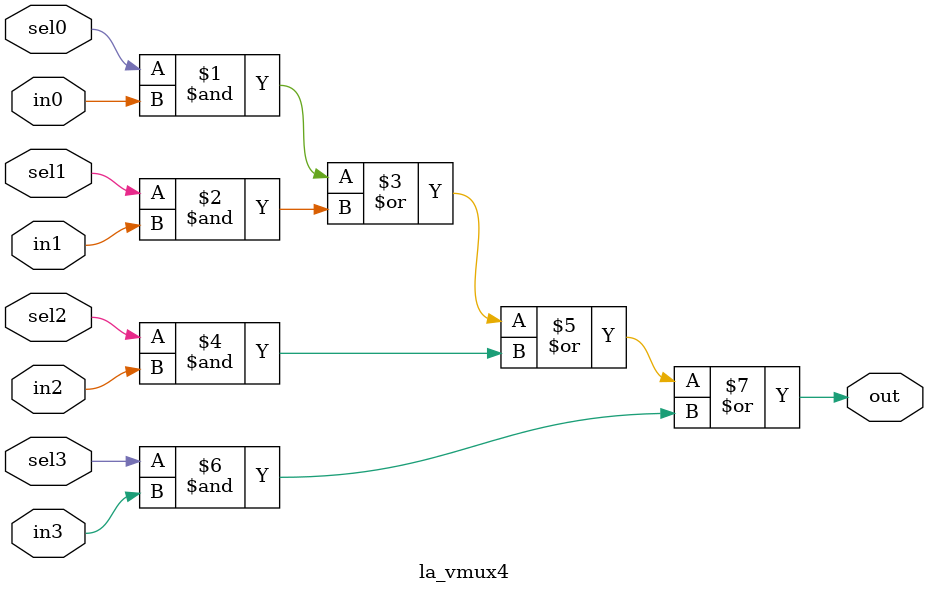
<source format=v>
module la_vmux4(	// file.cleaned.mlir:2:3
  input  sel3,	// file.cleaned.mlir:2:26
         sel2,	// file.cleaned.mlir:2:41
         sel1,	// file.cleaned.mlir:2:56
         sel0,	// file.cleaned.mlir:2:71
         in3,	// file.cleaned.mlir:2:86
         in2,	// file.cleaned.mlir:2:100
         in1,	// file.cleaned.mlir:2:114
         in0,	// file.cleaned.mlir:2:128
  output out	// file.cleaned.mlir:2:143
);

  assign out = sel0 & in0 | sel1 & in1 | sel2 & in2 | sel3 & in3;	// file.cleaned.mlir:3:10, :4:10, :5:10, :6:10, :7:10, :8:5
endmodule


</source>
